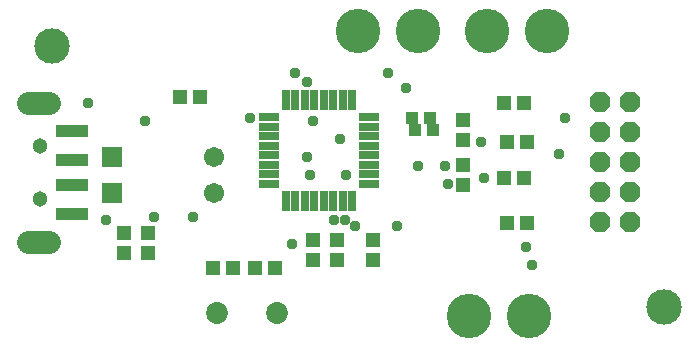
<source format=gbr>
G04 EAGLE Gerber RS-274X export*
G75*
%MOMM*%
%FSLAX34Y34*%
%LPD*%
%INSoldermask Top*%
%IPPOS*%
%AMOC8*
5,1,8,0,0,1.08239X$1,22.5*%
G01*
%ADD10R,1.303200X1.203200*%
%ADD11R,1.711200X1.711200*%
%ADD12C,1.711200*%
%ADD13R,1.703200X0.803200*%
%ADD14R,0.803200X1.703200*%
%ADD15C,3.759200*%
%ADD16R,2.703200X1.003200*%
%ADD17C,1.981200*%
%ADD18C,1.303200*%
%ADD19C,1.003200*%
%ADD20R,1.003200X1.003200*%
%ADD21R,1.203200X1.303200*%
%ADD22P,1.869504X8X292.500000*%
%ADD23C,1.854200*%
%ADD24C,3.003200*%
%ADD25C,0.959600*%


D10*
X229480Y71120D03*
X212480Y71120D03*
X176920Y71120D03*
X193920Y71120D03*
D11*
X91370Y134620D03*
D12*
X177870Y134620D03*
D11*
X91370Y165100D03*
D12*
X177870Y165100D03*
D13*
X224200Y198180D03*
X224200Y190180D03*
X224200Y182180D03*
X224200Y174180D03*
X224200Y166180D03*
X224200Y158180D03*
X224200Y150180D03*
X224200Y142180D03*
D14*
X238700Y127680D03*
X246700Y127680D03*
X254700Y127680D03*
X262700Y127680D03*
X270700Y127680D03*
X278700Y127680D03*
X286700Y127680D03*
X294700Y127680D03*
D13*
X309200Y142180D03*
X309200Y150180D03*
X309200Y158180D03*
X309200Y166180D03*
X309200Y174180D03*
X309200Y182180D03*
X309200Y190180D03*
X309200Y198180D03*
D14*
X294700Y212680D03*
X286700Y212680D03*
X278700Y212680D03*
X270700Y212680D03*
X262700Y212680D03*
X254700Y212680D03*
X246700Y212680D03*
X238700Y212680D03*
D15*
X459740Y271780D03*
X408940Y271780D03*
D16*
X57760Y161870D03*
X57760Y141330D03*
X57760Y187108D03*
X57760Y116600D03*
D17*
X38450Y210100D02*
X20670Y210100D01*
X20670Y93100D02*
X38450Y93100D01*
D18*
X30260Y174100D03*
X30260Y129100D03*
D19*
X33560Y93100D03*
X37560Y93100D03*
X25560Y93100D03*
X21560Y93100D03*
X33560Y210100D03*
X37560Y210100D03*
X25560Y210100D03*
X21560Y210100D03*
D15*
X444500Y30480D03*
X393700Y30480D03*
X299720Y271780D03*
X350520Y271780D03*
D20*
X348100Y187960D03*
X363100Y187960D03*
X345560Y198120D03*
X360560Y198120D03*
D10*
X148980Y215900D03*
X165980Y215900D03*
D21*
X388620Y141360D03*
X388620Y158360D03*
X261620Y77860D03*
X261620Y94860D03*
X281940Y77860D03*
X281940Y94860D03*
D10*
X425840Y177800D03*
X442840Y177800D03*
X425840Y109220D03*
X442840Y109220D03*
X423300Y147320D03*
X440300Y147320D03*
X440300Y210820D03*
X423300Y210820D03*
D21*
X388620Y179460D03*
X388620Y196460D03*
X312420Y94860D03*
X312420Y77860D03*
D22*
X504940Y211620D03*
X504940Y186220D03*
X504940Y160820D03*
X504940Y135420D03*
X504940Y110020D03*
X530340Y211620D03*
X530340Y186220D03*
X530340Y160820D03*
X530340Y135420D03*
X530340Y110020D03*
D23*
X231140Y33020D03*
X180340Y33020D03*
D21*
X121920Y100530D03*
X121920Y83350D03*
X101600Y100530D03*
X101600Y83350D03*
D24*
X40640Y259080D03*
X558800Y38100D03*
D25*
X127000Y114300D03*
X160020Y114300D03*
X256540Y165100D03*
X208280Y198120D03*
X71120Y210820D03*
X119380Y195580D03*
X284480Y180340D03*
X243840Y91440D03*
X86360Y111760D03*
X373380Y157480D03*
X350520Y157480D03*
X289560Y149860D03*
X259080Y149860D03*
X474980Y198120D03*
X469900Y167640D03*
X288488Y111760D03*
X403860Y177800D03*
X332740Y106680D03*
X406400Y147320D03*
X325120Y236220D03*
X246380Y236220D03*
X340360Y223520D03*
X256540Y228600D03*
X447040Y73660D03*
X297180Y106680D03*
X375920Y142240D03*
X261620Y195580D03*
X279400Y111760D03*
X441960Y88900D03*
M02*

</source>
